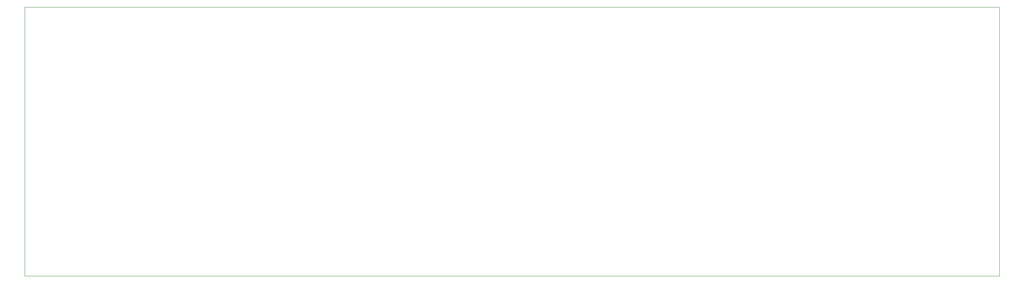
<source format=gm1>
G04 #@! TF.GenerationSoftware,KiCad,Pcbnew,(5.1.2)-1*
G04 #@! TF.CreationDate,2019-07-16T00:40:52+10:00*
G04 #@! TF.ProjectId,EncoderBoard,456e636f-6465-4724-926f-6172642e6b69,A*
G04 #@! TF.SameCoordinates,Original*
G04 #@! TF.FileFunction,Profile,NP*
%FSLAX46Y46*%
G04 Gerber Fmt 4.6, Leading zero omitted, Abs format (unit mm)*
G04 Created by KiCad (PCBNEW (5.1.2)-1) date 2019-07-16 00:40:52*
%MOMM*%
%LPD*%
G04 APERTURE LIST*
%ADD10C,0.100000*%
G04 APERTURE END LIST*
D10*
X50000000Y-111000000D02*
X50000000Y-50000000D01*
X271000000Y-111000000D02*
X50000000Y-111000000D01*
X271000000Y-50000000D02*
X271000000Y-111000000D01*
X50000000Y-50000000D02*
X271000000Y-50000000D01*
M02*

</source>
